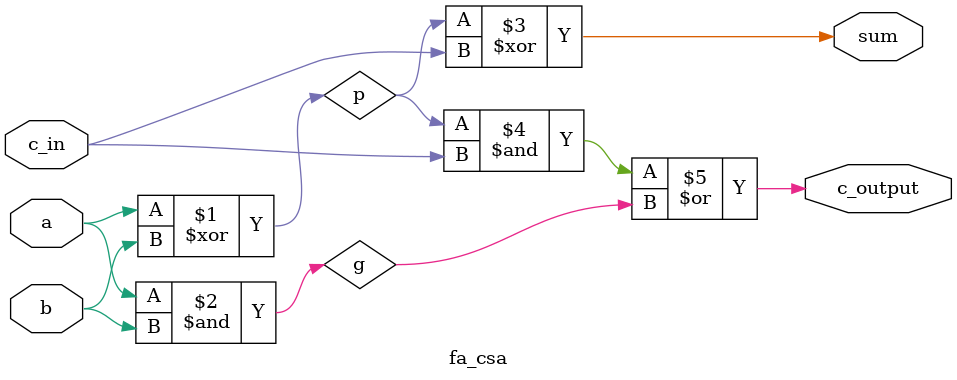
<source format=v>
`timescale 1ns / 1ps


module fa_csa(
    input a,
    input b,
    input c_in,
    output sum,
    output c_output
    );
    wire p,g;
    assign p = a ^ b;
    assign g = a & b;
    assign sum = p ^ c_in;
    assign c_output = (p & c_in) | g;
endmodule

</source>
